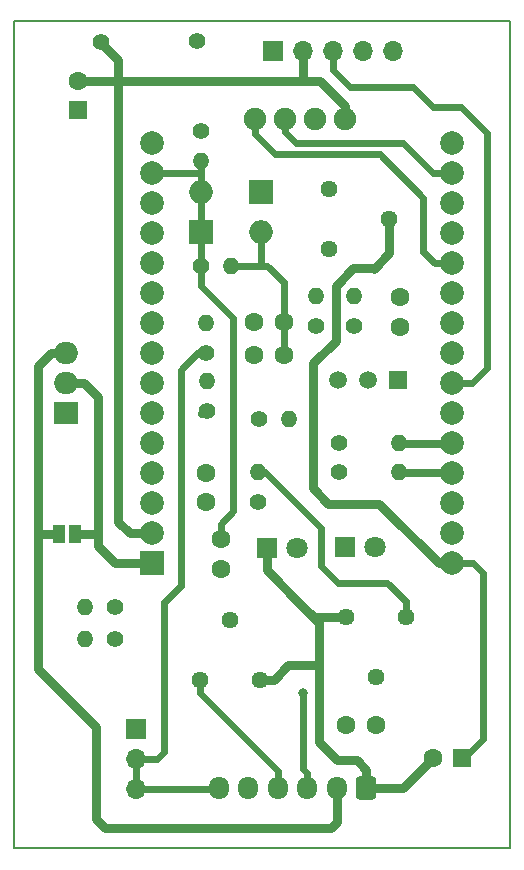
<source format=gbr>
%TF.GenerationSoftware,KiCad,Pcbnew,(6.0.9)*%
%TF.CreationDate,2023-02-20T20:31:07+03:00*%
%TF.ProjectId,ESP32_APRS,45535033-325f-4415-9052-532e6b696361,rev?*%
%TF.SameCoordinates,Original*%
%TF.FileFunction,Copper,L2,Bot*%
%TF.FilePolarity,Positive*%
%FSLAX46Y46*%
G04 Gerber Fmt 4.6, Leading zero omitted, Abs format (unit mm)*
G04 Created by KiCad (PCBNEW (6.0.9)) date 2023-02-20 20:31:07*
%MOMM*%
%LPD*%
G01*
G04 APERTURE LIST*
G04 Aperture macros list*
%AMRoundRect*
0 Rectangle with rounded corners*
0 $1 Rounding radius*
0 $2 $3 $4 $5 $6 $7 $8 $9 X,Y pos of 4 corners*
0 Add a 4 corners polygon primitive as box body*
4,1,4,$2,$3,$4,$5,$6,$7,$8,$9,$2,$3,0*
0 Add four circle primitives for the rounded corners*
1,1,$1+$1,$2,$3*
1,1,$1+$1,$4,$5*
1,1,$1+$1,$6,$7*
1,1,$1+$1,$8,$9*
0 Add four rect primitives between the rounded corners*
20,1,$1+$1,$2,$3,$4,$5,0*
20,1,$1+$1,$4,$5,$6,$7,0*
20,1,$1+$1,$6,$7,$8,$9,0*
20,1,$1+$1,$8,$9,$2,$3,0*%
G04 Aperture macros list end*
%TA.AperFunction,Profile*%
%ADD10C,0.200000*%
%TD*%
%TA.AperFunction,ComponentPad*%
%ADD11R,2.000000X2.000000*%
%TD*%
%TA.AperFunction,ComponentPad*%
%ADD12O,2.000000X2.000000*%
%TD*%
%TA.AperFunction,ComponentPad*%
%ADD13C,1.400000*%
%TD*%
%TA.AperFunction,ComponentPad*%
%ADD14O,1.400000X1.400000*%
%TD*%
%TA.AperFunction,ComponentPad*%
%ADD15C,1.600000*%
%TD*%
%TA.AperFunction,ComponentPad*%
%ADD16R,1.600000X1.600000*%
%TD*%
%TA.AperFunction,ComponentPad*%
%ADD17R,1.700000X1.700000*%
%TD*%
%TA.AperFunction,ComponentPad*%
%ADD18O,1.700000X1.700000*%
%TD*%
%TA.AperFunction,ComponentPad*%
%ADD19C,2.000000*%
%TD*%
%TA.AperFunction,ComponentPad*%
%ADD20R,1.500000X1.500000*%
%TD*%
%TA.AperFunction,ComponentPad*%
%ADD21C,1.500000*%
%TD*%
%TA.AperFunction,ComponentPad*%
%ADD22RoundRect,0.250000X0.600000X0.725000X-0.600000X0.725000X-0.600000X-0.725000X0.600000X-0.725000X0*%
%TD*%
%TA.AperFunction,ComponentPad*%
%ADD23O,1.700000X1.950000*%
%TD*%
%TA.AperFunction,ComponentPad*%
%ADD24R,2.000000X1.905000*%
%TD*%
%TA.AperFunction,ComponentPad*%
%ADD25O,2.000000X1.905000*%
%TD*%
%TA.AperFunction,ComponentPad*%
%ADD26C,1.440000*%
%TD*%
%TA.AperFunction,ComponentPad*%
%ADD27R,1.800000X1.800000*%
%TD*%
%TA.AperFunction,ComponentPad*%
%ADD28C,1.800000*%
%TD*%
%TA.AperFunction,ComponentPad*%
%ADD29C,1.905000*%
%TD*%
%TA.AperFunction,SMDPad,CuDef*%
%ADD30R,1.000000X1.500000*%
%TD*%
%TA.AperFunction,ViaPad*%
%ADD31C,0.800000*%
%TD*%
%TA.AperFunction,Conductor*%
%ADD32C,0.600000*%
%TD*%
%TA.AperFunction,Conductor*%
%ADD33C,0.800000*%
%TD*%
%TA.AperFunction,Conductor*%
%ADD34C,0.250000*%
%TD*%
G04 APERTURE END LIST*
D10*
X120000000Y-125000000D02*
X120000000Y-55000000D01*
X120000000Y-55000000D02*
X162000000Y-55000000D01*
X120000000Y-125000000D02*
X162000000Y-125000000D01*
X162052000Y-55000000D02*
X162000000Y-125000000D01*
D11*
%TO.P,D1,1,K*%
%TO.N,V ref*%
X140910000Y-69480000D03*
D12*
%TO.P,D1,2,A*%
%TO.N,Net-(C2-Pad2)*%
X135830000Y-69480000D03*
%TD*%
D13*
%TO.P,R4,1*%
%TO.N,Net-(C2-Pad2)*%
X135850000Y-75690000D03*
D14*
%TO.P,R4,2*%
%TO.N,GND*%
X138390000Y-75690000D03*
%TD*%
D15*
%TO.P,C3,1*%
%TO.N,Net-(C3-Pad1)*%
X140370000Y-80420000D03*
%TO.P,C3,2*%
%TO.N,GND*%
X142870000Y-80420000D03*
%TD*%
D13*
%TO.P,R10,1*%
%TO.N,Net-(C4-Pad2)*%
X136330000Y-88030000D03*
D14*
%TO.P,R10,2*%
%TO.N,Net-(R10-Pad2)*%
X136330000Y-85490000D03*
%TD*%
D16*
%TO.P,C6,1*%
%TO.N,Net-(Brd2-Pad2)*%
X157990000Y-117384888D03*
D15*
%TO.P,C6,2*%
%TO.N,GND*%
X155490000Y-117384888D03*
%TD*%
D13*
%TO.P,R1,1*%
%TO.N,GND*%
X128580000Y-107280000D03*
D14*
%TO.P,R1,2*%
%TO.N,Net-(R1-Pad2)*%
X126040000Y-107280000D03*
%TD*%
D13*
%TO.P,RX2,1*%
%TO.N,Net-(RX2-Pad1)*%
X147550000Y-90720000D03*
D14*
%TO.P,RX2,2*%
%TO.N,Net-(RX2-Pad2)*%
X152630000Y-90720000D03*
%TD*%
D16*
%TO.P,C8,1*%
%TO.N,V ref*%
X125420000Y-62540000D03*
D15*
%TO.P,C8,2*%
%TO.N,GND*%
X125420000Y-60040000D03*
%TD*%
D17*
%TO.P,J1,1*%
%TO.N,GND*%
X130340000Y-114890000D03*
D18*
%TO.P,J1,2*%
%TO.N,Net-(Brd1-Pad6)*%
X130340000Y-117430000D03*
%TO.P,J1,3*%
X130340000Y-119970000D03*
%TD*%
D13*
%TO.P,R6,1*%
%TO.N,Net-(Brd1-Pad6)*%
X136320000Y-83090000D03*
D14*
%TO.P,R6,2*%
%TO.N,Net-(C3-Pad1)*%
X136320000Y-80550000D03*
%TD*%
D13*
%TO.P,REF\u002A\u002A,1*%
%TO.N,GND*%
X127390000Y-56790000D03*
%TD*%
D15*
%TO.P,C1,1*%
%TO.N,Net-(Brd1-Pad5)*%
X148170000Y-114560000D03*
%TO.P,C1,2*%
%TO.N,Net-(C1-Pad2)*%
X150670000Y-114560000D03*
%TD*%
%TO.P,C4,1*%
%TO.N,Net-(C4-Pad1)*%
X136290000Y-95710000D03*
%TO.P,C4,2*%
%TO.N,Net-(C4-Pad2)*%
X136290000Y-93210000D03*
%TD*%
D13*
%TO.P,R8,1*%
%TO.N,Net-(C4-Pad1)*%
X140650000Y-95720000D03*
D14*
%TO.P,R8,2*%
%TO.N,Net-(R8-Pad2)*%
X140650000Y-93180000D03*
%TD*%
D15*
%TO.P,C7,1*%
%TO.N,V ref*%
X152670000Y-78380000D03*
%TO.P,C7,2*%
%TO.N,GND*%
X152670000Y-80880000D03*
%TD*%
D13*
%TO.P,R5,1*%
%TO.N,Net-(JP1-Pad2)*%
X128580000Y-104610000D03*
D14*
%TO.P,R5,2*%
%TO.N,Net-(R1-Pad2)*%
X126040000Y-104610000D03*
%TD*%
D13*
%TO.P,R7,1*%
%TO.N,Net-(Q1-Pad2)*%
X148830000Y-80800000D03*
D14*
%TO.P,R7,2*%
%TO.N,GND*%
X148830000Y-78260000D03*
%TD*%
D13*
%TO.P,TX2,1*%
%TO.N,Net-(RX1-Pad2)*%
X147550000Y-93140000D03*
D14*
%TO.P,TX2,2*%
%TO.N,Net-(TX2-Pad2)*%
X152630000Y-93140000D03*
%TD*%
D11*
%TO.P,U2,1,VIN*%
%TO.N,Net-(JP1-Pad2)*%
X131687300Y-100859000D03*
D19*
%TO.P,U2,2,GND*%
%TO.N,GND*%
X131687300Y-98319000D03*
%TO.P,U2,3,D13*%
%TO.N,unconnected-(U2-Pad3)*%
X131687300Y-95779000D03*
%TO.P,U2,4,D12*%
%TO.N,unconnected-(U2-Pad4)*%
X131687300Y-93239000D03*
%TO.P,U2,5,D14*%
%TO.N,unconnected-(U2-Pad5)*%
X131687300Y-90699000D03*
%TO.P,U2,6,D27*%
%TO.N,unconnected-(U2-Pad6)*%
X131687300Y-88159000D03*
%TO.P,U2,7,D26*%
%TO.N,Net-(R10-Pad2)*%
X131687300Y-85619000D03*
%TO.P,U2,8,D25*%
%TO.N,unconnected-(U2-Pad8)*%
X131687300Y-83079000D03*
%TO.P,U2,9,D33*%
%TO.N,Net-(C3-Pad1)*%
X131687300Y-80539000D03*
%TO.P,U2,10,D32*%
%TO.N,Net-(R9-Pad2)*%
X131687300Y-77999000D03*
%TO.P,U2,11,D35*%
%TO.N,unconnected-(U2-Pad11)*%
X131687300Y-75459000D03*
%TO.P,U2,12,D34*%
%TO.N,unconnected-(U2-Pad12)*%
X131687300Y-72919000D03*
%TO.P,U2,13,VN*%
%TO.N,unconnected-(U2-Pad13)*%
X131687300Y-70379000D03*
%TO.P,U2,14,VP*%
%TO.N,Net-(C2-Pad2)*%
X131687300Y-67839000D03*
%TO.P,U2,15,EN*%
%TO.N,unconnected-(U2-Pad15)*%
X131687300Y-65299000D03*
%TO.P,U2,16,D23*%
%TO.N,unconnected-(U2-Pad16)*%
X157087300Y-65299000D03*
%TO.P,U2,17,D22*%
%TO.N,Net-(Brd2-Pad3)*%
X157087300Y-67839000D03*
%TO.P,U2,18,TX0*%
%TO.N,unconnected-(U2-Pad18)*%
X157087300Y-70379000D03*
%TO.P,U2,19,RX0*%
%TO.N,unconnected-(U2-Pad19)*%
X157087300Y-72919000D03*
%TO.P,U2,20,D21*%
%TO.N,Net-(Brd2-Pad4)*%
X157087300Y-75459000D03*
%TO.P,U2,21,D19*%
%TO.N,unconnected-(U2-Pad21)*%
X157087300Y-77999000D03*
%TO.P,U2,22,D18*%
%TO.N,unconnected-(U2-Pad22)*%
X157087300Y-80539000D03*
%TO.P,U2,23,D5*%
%TO.N,unconnected-(U2-Pad23)*%
X157087300Y-83079000D03*
%TO.P,U2,24,TX2*%
%TO.N,Net-(Brd3-Pad3)*%
X157087300Y-85619000D03*
%TO.P,U2,25,RX2*%
%TO.N,Net-(Brd3-Pad4)*%
X157087300Y-88159000D03*
%TO.P,U2,26,D4*%
%TO.N,Net-(RX2-Pad2)*%
X157087300Y-90699000D03*
%TO.P,U2,27,D2*%
%TO.N,Net-(TX2-Pad2)*%
X157087300Y-93239000D03*
%TO.P,U2,28,D15*%
%TO.N,unconnected-(U2-Pad28)*%
X157087300Y-95779000D03*
%TO.P,U2,29,GND*%
%TO.N,GND*%
X157087300Y-98319000D03*
%TO.P,U2,30,3V3*%
%TO.N,Net-(Brd2-Pad2)*%
X157087300Y-100859000D03*
%TD*%
D13*
%TO.P,R9,1*%
%TO.N,Net-(Q1-Pad2)*%
X145590000Y-80760000D03*
D14*
%TO.P,R9,2*%
%TO.N,Net-(R9-Pad2)*%
X145590000Y-78220000D03*
%TD*%
D15*
%TO.P,C2,1*%
%TO.N,Net-(C2-Pad1)*%
X137550000Y-101350000D03*
%TO.P,C2,2*%
%TO.N,Net-(C2-Pad2)*%
X137550000Y-98850000D03*
%TD*%
D17*
%TO.P,Brd3,1,VCC*%
%TO.N,Net-(Brd2-Pad2)*%
X141995000Y-57530000D03*
D18*
%TO.P,Brd3,2,GND*%
%TO.N,GND*%
X144535000Y-57530000D03*
%TO.P,Brd3,3,RXD*%
%TO.N,Net-(Brd3-Pad3)*%
X147075000Y-57530000D03*
%TO.P,Brd3,4,TXD*%
%TO.N,Net-(Brd3-Pad4)*%
X149615000Y-57530000D03*
%TO.P,Brd3,5,PPS*%
%TO.N,unconnected-(Brd3-Pad5)*%
X152155000Y-57530000D03*
%TD*%
D20*
%TO.P,Q1,1,E*%
%TO.N,GND*%
X152530000Y-85380000D03*
D21*
%TO.P,Q1,2,B*%
%TO.N,Net-(Q1-Pad2)*%
X149990000Y-85380000D03*
%TO.P,Q1,3,C*%
%TO.N,Net-(Q1-Pad3)*%
X147450000Y-85380000D03*
%TD*%
D13*
%TO.P,,1*%
%TO.N,V ref*%
X135530000Y-56660000D03*
%TD*%
D11*
%TO.P,D2,1,K*%
%TO.N,Net-(C2-Pad2)*%
X135820000Y-72810000D03*
D12*
%TO.P,D2,2,A*%
%TO.N,GND*%
X140900000Y-72810000D03*
%TD*%
D22*
%TO.P,Brd1,1,GND*%
%TO.N,GND*%
X149850000Y-119935000D03*
D23*
%TO.P,Brd1,2,VCC*%
%TO.N,Net-(Brd1-Pad2)*%
X147350000Y-119935000D03*
%TO.P,Brd1,3,PTT*%
%TO.N,Net-(Brd1-Pad3)*%
X144850000Y-119935000D03*
%TO.P,Brd1,4,SPK*%
%TO.N,Net-(Brd1-Pad4)*%
X142350000Y-119935000D03*
%TO.P,Brd1,5,MIC*%
%TO.N,Net-(Brd1-Pad5)*%
X139850000Y-119935000D03*
%TO.P,Brd1,6,SQL*%
%TO.N,Net-(Brd1-Pad6)*%
X137350000Y-119935000D03*
%TD*%
D15*
%TO.P,C5,1*%
%TO.N,GND*%
X142870000Y-83290000D03*
%TO.P,C5,2*%
%TO.N,Net-(C4-Pad2)*%
X140370000Y-83290000D03*
%TD*%
D13*
%TO.P,R2,1*%
%TO.N,Net-(Brd1-Pad3)*%
X140750000Y-88640000D03*
D14*
%TO.P,R2,2*%
%TO.N,Net-(Q1-Pad3)*%
X143290000Y-88640000D03*
%TD*%
D13*
%TO.P,R3,1*%
%TO.N,V ref*%
X135840000Y-64320000D03*
D14*
%TO.P,R3,2*%
%TO.N,Net-(C2-Pad2)*%
X135840000Y-66860000D03*
%TD*%
D24*
%TO.P,U1,1,ADJ*%
%TO.N,Net-(R1-Pad2)*%
X124389000Y-88138000D03*
D25*
%TO.P,U1,2,VO*%
%TO.N,Net-(JP1-Pad2)*%
X124389000Y-85598000D03*
%TO.P,U1,3,VI*%
%TO.N,Net-(Brd1-Pad2)*%
X124389000Y-83058000D03*
%TD*%
D26*
%TO.P,RV2,1,1*%
%TO.N,Net-(R8-Pad2)*%
X153210000Y-105420000D03*
%TO.P,RV2,2,2*%
%TO.N,Net-(C1-Pad2)*%
X150670000Y-110500000D03*
%TO.P,RV2,3,3*%
%TO.N,GND*%
X148130000Y-105420000D03*
%TD*%
D27*
%TO.P,TX1,1,K*%
%TO.N,GND*%
X141435000Y-99570000D03*
D28*
%TO.P,TX1,2,A*%
%TO.N,Net-(RX2-Pad1)*%
X143975000Y-99570000D03*
%TD*%
D26*
%TO.P,RV1,1,1*%
%TO.N,Net-(Brd1-Pad4)*%
X135740000Y-110770000D03*
%TO.P,RV1,2,2*%
%TO.N,Net-(C2-Pad1)*%
X138280000Y-105690000D03*
%TO.P,RV1,3,3*%
%TO.N,GND*%
X140820000Y-110770000D03*
%TD*%
%TO.P,RV3,1,1*%
%TO.N,Net-(Brd2-Pad2)*%
X146690000Y-69210000D03*
%TO.P,RV3,2,2*%
X151770000Y-71750000D03*
%TO.P,RV3,3,3*%
%TO.N,V ref*%
X146690000Y-74290000D03*
%TD*%
D29*
%TO.P,Brd2,1,GND*%
%TO.N,GND*%
X148082000Y-63246000D03*
%TO.P,Brd2,2,VCC*%
%TO.N,Net-(Brd2-Pad2)*%
X145542000Y-63246000D03*
%TO.P,Brd2,3,SCL*%
%TO.N,Net-(Brd2-Pad3)*%
X143002000Y-63246000D03*
%TO.P,Brd2,4,SDA*%
%TO.N,Net-(Brd2-Pad4)*%
X140462000Y-63246000D03*
%TD*%
D27*
%TO.P,RX1,1,K*%
%TO.N,GND*%
X148080000Y-99510000D03*
D28*
%TO.P,RX1,2,A*%
%TO.N,Net-(RX1-Pad2)*%
X150620000Y-99510000D03*
%TD*%
D30*
%TO.P,JP1,1,A*%
%TO.N,Net-(Brd1-Pad2)*%
X123880000Y-98430000D03*
%TO.P,JP1,2,B*%
%TO.N,Net-(JP1-Pad2)*%
X125180000Y-98430000D03*
%TD*%
D31*
%TO.N,Net-(Brd1-Pad3)*%
X144460000Y-111890000D03*
%TD*%
D32*
%TO.N,Net-(C2-Pad2)*%
X131687300Y-67839000D02*
X135639000Y-67839000D01*
X138580000Y-80150000D02*
X138580000Y-96500000D01*
X135840000Y-75680000D02*
X135850000Y-75690000D01*
X135850000Y-75690000D02*
X135850000Y-77420000D01*
X135840000Y-68040000D02*
X135840000Y-75680000D01*
X135850000Y-77420000D02*
X138580000Y-80150000D01*
X135639000Y-67839000D02*
X135840000Y-68040000D01*
X138580000Y-96500000D02*
X137550000Y-97530000D01*
X137550000Y-97530000D02*
X137550000Y-98850000D01*
X135840000Y-66860000D02*
X135840000Y-68040000D01*
%TO.N,GND*%
X134240000Y-60030000D02*
X128690000Y-60030000D01*
D33*
X127320000Y-56750000D02*
X128870000Y-58300000D01*
X127390000Y-56790000D02*
X127390000Y-56820000D01*
X142030000Y-110770000D02*
X143260000Y-109540000D01*
D32*
X140620000Y-75690000D02*
X141470000Y-75690000D01*
D33*
X145925000Y-60055000D02*
X146205000Y-60335000D01*
X129809000Y-98319000D02*
X131687300Y-98319000D01*
D32*
X128690000Y-60030000D02*
X127740000Y-60030000D01*
X142862500Y-80360000D02*
X142862500Y-78202500D01*
D33*
X145890000Y-105920000D02*
X145890000Y-106540000D01*
X143720000Y-60030000D02*
X144420000Y-60030000D01*
X143260000Y-109540000D02*
X145710000Y-109540000D01*
X149850000Y-118360000D02*
X149060000Y-117570000D01*
D32*
X128870000Y-60210000D02*
X128870000Y-58300000D01*
D33*
X127390000Y-56820000D02*
X128870000Y-58300000D01*
X145390000Y-105420000D02*
X144450000Y-104480000D01*
X144535000Y-57530000D02*
X144535000Y-59915000D01*
X141435000Y-101465000D02*
X141435000Y-99570000D01*
D32*
X128870000Y-60700000D02*
X128870000Y-60550000D01*
D33*
X140820000Y-110770000D02*
X142030000Y-110770000D01*
X144535000Y-59915000D02*
X144420000Y-60030000D01*
X145890000Y-116050000D02*
X145890000Y-106540000D01*
X146205000Y-60335000D02*
X147470000Y-61600000D01*
X145890000Y-106540000D02*
X145890000Y-105960000D01*
X125420000Y-60040000D02*
X143710000Y-60040000D01*
D32*
X142862500Y-77082500D02*
X142862500Y-78202500D01*
D33*
X148130000Y-105420000D02*
X145390000Y-105420000D01*
X144450000Y-104480000D02*
X141435000Y-101465000D01*
X146430000Y-105420000D02*
X148130000Y-105420000D01*
D32*
X127740000Y-60030000D02*
X125440000Y-60030000D01*
X144535000Y-57530000D02*
X144535000Y-58665000D01*
X143720000Y-60030000D02*
X134240000Y-60030000D01*
X128870000Y-60210000D02*
X128690000Y-60030000D01*
X140900000Y-72810000D02*
X140900000Y-75410000D01*
X128200000Y-60030000D02*
X127740000Y-60030000D01*
D33*
X143710000Y-60040000D02*
X143720000Y-60030000D01*
X128870000Y-58300000D02*
X128870000Y-97380000D01*
D32*
X141470000Y-75690000D02*
X142862500Y-77082500D01*
D33*
X148082000Y-63246000D02*
X148082000Y-62212000D01*
D32*
X128870000Y-97380000D02*
X128870000Y-60700000D01*
D33*
X147410000Y-117570000D02*
X145890000Y-116050000D01*
X155490000Y-117384888D02*
X152939888Y-119935000D01*
X127320000Y-56700000D02*
X127320000Y-56750000D01*
X128870000Y-97380000D02*
X129809000Y-98319000D01*
D32*
X142870000Y-80420000D02*
X142870000Y-83290000D01*
D33*
X148082000Y-62212000D02*
X147470000Y-61600000D01*
X149850000Y-119935000D02*
X152939888Y-119935000D01*
D32*
X138390000Y-75690000D02*
X140620000Y-75690000D01*
D33*
X149060000Y-117570000D02*
X147410000Y-117570000D01*
X144450000Y-104480000D02*
X145890000Y-105920000D01*
X144420000Y-60030000D02*
X145900000Y-60030000D01*
X149850000Y-119935000D02*
X149850000Y-118360000D01*
D32*
X128870000Y-60700000D02*
X128870000Y-60210000D01*
D33*
X145900000Y-60030000D02*
X146205000Y-60335000D01*
%TO.N,Net-(Brd1-Pad2)*%
X127750000Y-123270000D02*
X146880000Y-123270000D01*
D32*
X122230000Y-98430000D02*
X122060000Y-98260000D01*
D33*
X127010000Y-114780000D02*
X127010000Y-122530000D01*
X123880000Y-98430000D02*
X122230000Y-98430000D01*
X147350000Y-122800000D02*
X147350000Y-119935000D01*
X123182000Y-83058000D02*
X122060000Y-84180000D01*
X146880000Y-123270000D02*
X147350000Y-122800000D01*
D32*
X122060000Y-84180000D02*
X122060000Y-98260000D01*
D33*
X124389000Y-83058000D02*
X123182000Y-83058000D01*
X127010000Y-122530000D02*
X127750000Y-123270000D01*
X122060000Y-84180000D02*
X122060000Y-109830000D01*
X122060000Y-109830000D02*
X127010000Y-114780000D01*
D32*
X122060000Y-98260000D02*
X122060000Y-109830000D01*
%TO.N,Net-(Brd2-Pad3)*%
X155519000Y-67839000D02*
X152945000Y-65265000D01*
X143002000Y-63246000D02*
X143002000Y-64372000D01*
X143002000Y-64372000D02*
X143895000Y-65265000D01*
X152945000Y-65265000D02*
X152345000Y-65265000D01*
X143895000Y-65265000D02*
X152345000Y-65265000D01*
X157087300Y-67839000D02*
X155519000Y-67839000D01*
%TO.N,Net-(Brd3-Pad3)*%
X158831000Y-85619000D02*
X160080000Y-84370000D01*
X160080000Y-64450000D02*
X157870000Y-62240000D01*
X157087300Y-85619000D02*
X158831000Y-85619000D01*
X148500000Y-60550000D02*
X147075000Y-59125000D01*
X147075000Y-59125000D02*
X147075000Y-57530000D01*
X157870000Y-62240000D02*
X155500000Y-62240000D01*
X153810000Y-60550000D02*
X148500000Y-60550000D01*
X155500000Y-62240000D02*
X153810000Y-60550000D01*
X160080000Y-84370000D02*
X160080000Y-64450000D01*
%TO.N,Net-(Brd2-Pad4)*%
X140462000Y-63246000D02*
X140462000Y-64562000D01*
X142150000Y-66250000D02*
X151000000Y-66250000D01*
X151000000Y-66250000D02*
X154690000Y-69940000D01*
X155639000Y-75459000D02*
X157087300Y-75459000D01*
X154690000Y-74510000D02*
X155639000Y-75459000D01*
X140462000Y-64562000D02*
X142150000Y-66250000D01*
X154690000Y-69940000D02*
X154690000Y-74510000D01*
%TO.N,Net-(C4-Pad2)*%
X135870000Y-88210000D02*
X135840000Y-88180000D01*
%TO.N,Net-(RX2-Pad2)*%
X157016300Y-90770000D02*
X157087300Y-90699000D01*
X157026300Y-90760000D02*
X157087300Y-90699000D01*
X152560000Y-90760000D02*
X157026300Y-90760000D01*
X152630000Y-90720000D02*
X157066300Y-90720000D01*
X157066300Y-90720000D02*
X157087300Y-90699000D01*
X157036300Y-90750000D02*
X157087300Y-90699000D01*
X152610000Y-90750000D02*
X157036300Y-90750000D01*
X157066300Y-90678000D02*
X157087300Y-90699000D01*
%TO.N,Net-(TX2-Pad2)*%
X156988300Y-93140000D02*
X157087300Y-93239000D01*
X152620000Y-93210000D02*
X157058300Y-93210000D01*
X152630000Y-93140000D02*
X156988300Y-93140000D01*
X157058300Y-93210000D02*
X157087300Y-93239000D01*
X156986300Y-93340000D02*
X157087300Y-93239000D01*
X157076300Y-93250000D02*
X157087300Y-93239000D01*
D33*
%TO.N,Net-(Brd2-Pad2)*%
X147250000Y-82030000D02*
X147250000Y-77400000D01*
X150470000Y-75940000D02*
X151770000Y-74640000D01*
D32*
X159720000Y-115800000D02*
X158135112Y-117384888D01*
X157087300Y-100859000D02*
X158909000Y-100859000D01*
D33*
X150970000Y-95830000D02*
X146640000Y-95830000D01*
X145310000Y-94500000D02*
X145310000Y-83970000D01*
X148730000Y-75920000D02*
X150450000Y-75920000D01*
D32*
X150450000Y-75920000D02*
X150470000Y-75940000D01*
D33*
X146640000Y-95830000D02*
X145310000Y-94500000D01*
D32*
X158909000Y-100859000D02*
X159720000Y-101670000D01*
D33*
X155999000Y-100859000D02*
X150970000Y-95830000D01*
X147250000Y-77400000D02*
X148730000Y-75920000D01*
X157087300Y-100859000D02*
X155999000Y-100859000D01*
X145310000Y-83970000D02*
X147250000Y-82030000D01*
X151770000Y-74640000D02*
X151770000Y-71750000D01*
D32*
X158135112Y-117384888D02*
X157990000Y-117384888D01*
X159720000Y-101670000D02*
X159720000Y-115800000D01*
%TO.N,Net-(Brd1-Pad3)*%
X144460000Y-111890000D02*
X144460000Y-118290000D01*
X144460000Y-118290000D02*
X144850000Y-118680000D01*
X144850000Y-118680000D02*
X144850000Y-119935000D01*
%TO.N,Net-(Brd1-Pad4)*%
X142350000Y-119935000D02*
X142350000Y-118510000D01*
X135740000Y-110770000D02*
X135740000Y-111900000D01*
X135740000Y-111900000D02*
X142350000Y-118510000D01*
%TO.N,Net-(Brd1-Pad6)*%
X137285000Y-120000000D02*
X137350000Y-119935000D01*
X130340000Y-119970000D02*
X130340000Y-117430000D01*
X132730000Y-116860000D02*
X132130000Y-117460000D01*
X132130000Y-117460000D02*
X130110000Y-117460000D01*
X136320000Y-83090000D02*
X135520000Y-83090000D01*
X130110000Y-120000000D02*
X137285000Y-120000000D01*
X135520000Y-83090000D02*
X134130000Y-84480000D01*
X134130000Y-84480000D02*
X134130000Y-102770000D01*
X134130000Y-102770000D02*
X132730000Y-104170000D01*
X132730000Y-104170000D02*
X132730000Y-116860000D01*
%TO.N,Net-(R8-Pad2)*%
X145995000Y-101095000D02*
X147460000Y-102560000D01*
X153210000Y-104120000D02*
X151650000Y-102560000D01*
X151650000Y-102560000D02*
X147460000Y-102560000D01*
X140650000Y-93180000D02*
X141250000Y-93180000D01*
X145995000Y-97925000D02*
X145995000Y-101095000D01*
X153210000Y-105420000D02*
X153210000Y-104120000D01*
X143790000Y-95720000D02*
X145995000Y-97925000D01*
X141250000Y-93180000D02*
X145995000Y-97925000D01*
D34*
%TO.N,unconnected-(U2-Pad18)*%
X157087300Y-69713400D02*
X157087300Y-70379000D01*
D33*
%TO.N,Net-(JP1-Pad2)*%
X127150000Y-86800000D02*
X127150000Y-99460000D01*
X127150000Y-99460000D02*
X128549000Y-100859000D01*
X125948000Y-85598000D02*
X127150000Y-86800000D01*
X128549000Y-100859000D02*
X131687300Y-100859000D01*
X125180000Y-98430000D02*
X126890000Y-98430000D01*
X124389000Y-85598000D02*
X125948000Y-85598000D01*
X126890000Y-98430000D02*
X127150000Y-98690000D01*
D32*
X127150000Y-86800000D02*
X127150000Y-98690000D01*
X127150000Y-98690000D02*
X127150000Y-99460000D01*
%TD*%
M02*

</source>
